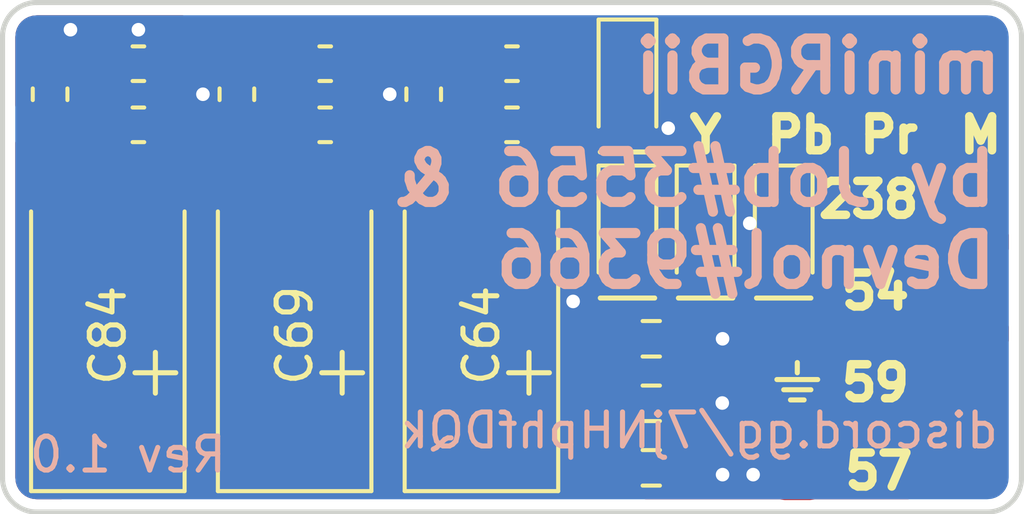
<source format=kicad_pcb>
(kicad_pcb (version 20211014) (generator pcbnew)
  (title_block (title "miniRGBii PCB Layout") (rev "1.0") (company "Wii mini Hacking") (comment 1 "Devnol") (comment 2 "Job") (comment 3 "Created By:"))
  (layers (0 "F.Cu" signal) (31 "B.Cu" signal) (34 "B.Paste" user) (35 "F.Paste" user) (36 "B.SilkS" user "B.Silkscreen") (37 "F.SilkS" user "F.Silkscreen") (38 "B.Mask" user) (39 "F.Mask" user) (44 "Edge.Cuts" user))
  (net 0 "")
  (net 1 "PbOut")
  (net 2 "AVE54")
  (net 3 "AVE57")
  (net 4 "AVE59")
  (net 5 "YOut")
  (net 6 "PrOut")
  (net 7 "Net-(C66-Pad1)")
  (net 8 "Net-(C83-Pad1)")
  (net 9 "Net-(C64-Pad2)")
  (net 10 "GND")
  (net 11 "MODE")
  (footprint "Inductor_SMD:L_0603_1608Metric_Pad1.05x0.95mm_HandSolder" (layer "F.Cu") (at 192.5 57.6 180)
    (fp_text reference "FIL15" hide)
    (fp_text value "390nH" hide)
    (fp_line (start -0.171267 -0.51) (end 0.171267 -0.51) (layer "F.SilkS") (width 0.12))
    (fp_line (start -0.171267 0.51) (end 0.171267 0.51) (layer "F.SilkS") (width 0.12))
    (pad "1" smd roundrect locked (at -0.875 0 180) (size 1.05 0.95) (layers "F.Cu" "F.Paste" "F.Mask") (net 6 "PrOut"))
    (pad "2" smd roundrect locked (at 0.875 0 180) (size 1.05 0.95) (layers "F.Cu" "F.Paste" "F.Mask") (net 7 "Net-(C66-Pad1)"))
  )
  (footprint "Inductor_SMD:L_0603_1608Metric_Pad1.05x0.95mm_HandSolder" (layer "F.Cu") (at 198 57.6 180)
    (fp_text reference "FIL16" hide)
    (fp_text value "390nH" hide)
    (fp_line (start -0.171267 -0.51) (end 0.171267 -0.51) (layer "F.SilkS") (width 0.12))
    (fp_line (start -0.171267 0.51) (end 0.171267 0.51) (layer "F.SilkS") (width 0.12))
    (pad "1" smd roundrect locked (at -0.875 0 180) (size 1.05 0.95) (layers "F.Cu" "F.Paste" "F.Mask") (net 1 "PbOut"))
    (pad "2" smd roundrect locked (at 0.875 0 180) (size 1.05 0.95) (layers "F.Cu" "F.Paste" "F.Mask") (net 9 "Net-(C64-Pad2)"))
  )
  (footprint "Inductor_SMD:L_0603_1608Metric_Pad1.05x0.95mm_HandSolder" (layer "F.Cu") (at 187 57.6 180)
    (fp_text reference "FIL17" hide)
    (fp_text value "390nH" hide)
    (fp_line (start -0.171267 0.51) (end 0.171267 0.51) (layer "F.SilkS") (width 0.12))
    (fp_line (start -0.171267 -0.51) (end 0.171267 -0.51) (layer "F.SilkS") (width 0.12))
    (pad "1" smd roundrect locked (at -0.875 0 180) (size 1.05 0.95) (layers "F.Cu" "F.Paste" "F.Mask") (net 5 "YOut"))
    (pad "2" smd roundrect locked (at 0.875 0 180) (size 1.05 0.95) (layers "F.Cu" "F.Paste" "F.Mask") (net 8 "Net-(C83-Pad1)"))
  )
  (footprint "Capacitor_SMD:C_0603_1608Metric_Pad1.05x0.95mm_HandSolder" (layer "F.Cu") (at 192.5 55.8)
    (fp_text reference "C66" hide)
    (fp_text value "50pF" hide)
    (fp_line (start -0.171267 0.51) (end 0.171267 0.51) (layer "F.SilkS") (width 0.12))
    (fp_line (start -0.171267 -0.51) (end 0.171267 -0.51) (layer "F.SilkS") (width 0.12))
    (pad "1" smd roundrect locked (at -0.875 0) (size 1.05 0.95) (layers "F.Cu" "F.Paste" "F.Mask") (net 7 "Net-(C66-Pad1)"))
    (pad "2" smd roundrect locked (at 0.875 0) (size 1.05 0.95) (layers "F.Cu" "F.Paste" "F.Mask") (net 6 "PrOut"))
  )
  (footprint "Capacitor_SMD:C_0603_1608Metric_Pad1.05x0.95mm_HandSolder" (layer "F.Cu") (at 189.9 56.7 -90)
    (fp_text reference "C72" hide)
    (fp_text value "100pF" hide)
    (fp_line (start -0.171267 -0.51) (end 0.171267 -0.51) (layer "F.SilkS") (width 0.12))
    (fp_line (start -0.171267 0.51) (end 0.171267 0.51) (layer "F.SilkS") (width 0.12))
    (pad "1" smd roundrect locked (at -0.875 0 270) (size 1.05 0.95) (layers "F.Cu" "F.Paste" "F.Mask") (net 10 "GND"))
    (pad "2" smd roundrect locked (at 0.875 0 270) (size 1.05 0.95) (layers "F.Cu" "F.Paste" "F.Mask") (net 7 "Net-(C66-Pad1)"))
  )
  (footprint "Capacitor_SMD:C_0603_1608Metric_Pad1.05x0.95mm_HandSolder" (layer "F.Cu") (at 198 55.8)
    (fp_text reference "C74" hide)
    (fp_text value "50pF" hide)
    (fp_line (start -0.171267 0.51) (end 0.171267 0.51) (layer "F.SilkS") (width 0.12))
    (fp_line (start -0.171267 -0.51) (end 0.171267 -0.51) (layer "F.SilkS") (width 0.12))
    (pad "1" smd roundrect locked (at -0.875 0) (size 1.05 0.95) (layers "F.Cu" "F.Paste" "F.Mask") (net 9 "Net-(C64-Pad2)"))
    (pad "2" smd roundrect locked (at 0.875 0) (size 1.05 0.95) (layers "F.Cu" "F.Paste" "F.Mask") (net 1 "PbOut"))
  )
  (footprint "Capacitor_SMD:C_0603_1608Metric_Pad1.05x0.95mm_HandSolder" (layer "F.Cu") (at 195.4 56.7 -90)
    (fp_text reference "C78" hide)
    (fp_text value "100pF" hide)
    (fp_line (start -0.171267 0.51) (end 0.171267 0.51) (layer "F.SilkS") (width 0.12))
    (fp_line (start -0.171267 -0.51) (end 0.171267 -0.51) (layer "F.SilkS") (width 0.12))
    (pad "1" smd roundrect locked (at -0.875 0 270) (size 1.05 0.95) (layers "F.Cu" "F.Paste" "F.Mask") (net 10 "GND"))
    (pad "2" smd roundrect locked (at 0.875 0 270) (size 1.05 0.95) (layers "F.Cu" "F.Paste" "F.Mask") (net 9 "Net-(C64-Pad2)"))
  )
  (footprint "Capacitor_SMD:C_0603_1608Metric_Pad1.05x0.95mm_HandSolder" (layer "F.Cu") (at 187 55.8)
    (fp_text reference "C83" hide)
    (fp_text value "50pF" hide)
    (fp_line (start -0.171267 0.51) (end 0.171267 0.51) (layer "F.SilkS") (width 0.12))
    (fp_line (start -0.171267 -0.51) (end 0.171267 -0.51) (layer "F.SilkS") (width 0.12))
    (pad "1" smd roundrect locked (at -0.875 0) (size 1.05 0.95) (layers "F.Cu" "F.Paste" "F.Mask") (net 8 "Net-(C83-Pad1)"))
    (pad "2" smd roundrect locked (at 0.875 0) (size 1.05 0.95) (layers "F.Cu" "F.Paste" "F.Mask") (net 5 "YOut"))
  )
  (footprint "Capacitor_SMD:C_0603_1608Metric_Pad1.05x0.95mm_HandSolder" (layer "F.Cu") (at 184.4 56.7 -90)
    (fp_text reference "C85" hide)
    (fp_text value "100pF" hide)
    (fp_line (start -0.171267 -0.51) (end 0.171267 -0.51) (layer "F.SilkS") (width 0.12))
    (fp_line (start -0.171267 0.51) (end 0.171267 0.51) (layer "F.SilkS") (width 0.12))
    (pad "1" smd roundrect locked (at -0.875 0 270) (size 1.05 0.95) (layers "F.Cu" "F.Paste" "F.Mask") (net 10 "GND"))
    (pad "2" smd roundrect locked (at 0.875 0 270) (size 1.05 0.95) (layers "F.Cu" "F.Paste" "F.Mask") (net 8 "Net-(C83-Pad1)"))
  )
  (footprint "Diode_SMD:D_SOD-323_HandSoldering" (layer "F.Cu") (at 203.7 60.7 -90)
    (fp_text reference "D3" hide)
    (fp_text value "PESD5V0U1BA" hide)
    (fp_line (start -1.9 -0.85) (end 1.25 -0.85) (layer "F.SilkS") (width 0.12))
    (fp_line (start -1.9 0.85) (end 1.25 0.85) (layer "F.SilkS") (width 0.12))
    (fp_line (start -1.9 -0.85) (end -1.9 0.85) (layer "F.SilkS") (width 0.12))
    (pad "1" smd rect locked (at -1.25 0 270) (size 1 1) (layers "F.Cu" "F.Paste" "F.Mask") (net 6 "PrOut"))
    (pad "2" smd rect locked (at 1.25 0 270) (size 1 1) (layers "F.Cu" "F.Paste" "F.Mask") (net 10 "GND"))
  )
  (footprint "Diode_SMD:D_SOD-323_HandSoldering" (layer "F.Cu") (at 201.4 60.7 -90)
    (fp_text reference "D2" hide)
    (fp_text value "PESD5V0U1BA" hide)
    (fp_line (start -1.9 -0.85) (end 1.25 -0.85) (layer "F.SilkS") (width 0.12))
    (fp_line (start -1.9 0.85) (end 1.25 0.85) (layer "F.SilkS") (width 0.12))
    (fp_line (start -1.9 -0.85) (end -1.9 0.85) (layer "F.SilkS") (width 0.12))
    (pad "1" smd rect locked (at -1.25 0 270) (size 1 1) (layers "F.Cu" "F.Paste" "F.Mask") (net 1 "PbOut"))
    (pad "2" smd rect locked (at 1.25 0 270) (size 1 1) (layers "F.Cu" "F.Paste" "F.Mask") (net 10 "GND"))
  )
  (footprint "Diode_SMD:D_SOD-323_HandSoldering" (layer "F.Cu") (at 201.4 56.4 -90)
    (fp_text reference "D1" hide)
    (fp_text value "PESD5V0U1BA" hide)
    (fp_line (start -1.9 -0.85) (end -1.9 0.85) (layer "F.SilkS") (width 0.12))
    (fp_line (start -1.9 0.85) (end 1.25 0.85) (layer "F.SilkS") (width 0.12))
    (fp_line (start -1.9 -0.85) (end 1.25 -0.85) (layer "F.SilkS") (width 0.12))
    (pad "1" smd rect locked (at -1.25 0 270) (size 1 1) (layers "F.Cu" "F.Paste" "F.Mask") (net 5 "YOut"))
    (pad "2" smd rect locked (at 1.25 0 270) (size 1 1) (layers "F.Cu" "F.Paste" "F.Mask") (net 10 "GND"))
  )
  (footprint "Capacitor_Tantalum_SMD:CP_EIA-7343-15_Kemet-W_Pad2.25x2.55mm_HandSolder" (layer "F.Cu") (at 186.1 63.8 90)
    (fp_text reference "C84" (at 0 0 90) (layer "F.SilkS"))
    (fp_text value "220μF" hide)
    (fp_line (start 3.65 -2.26) (end -4.585 -2.26) (layer "F.SilkS") (width 0.12))
    (fp_line (start -4.585 -2.26) (end -4.585 2.26) (layer "F.SilkS") (width 0.12))
    (fp_line (start -4.585 2.26) (end 3.65 2.26) (layer "F.SilkS") (width 0.12))
    (pad "1" smd roundrect locked (at -3.2 0 90) (size 2.25 2.55) (layers "F.Cu" "F.Paste" "F.Mask") (roundrect_rratio 0.111111) (net 2 "AVE54"))
    (pad "2" smd roundrect locked (at 3.2 0 90) (size 2.25 2.55) (layers "F.Cu" "F.Paste" "F.Mask") (roundrect_rratio 0.111111) (net 8 "Net-(C83-Pad1)"))
  )
  (footprint "Capacitor_Tantalum_SMD:CP_EIA-7343-15_Kemet-W_Pad2.25x2.55mm_HandSolder" (layer "F.Cu") (at 191.6 63.8 90)
    (fp_text reference "C69" (at 0 0 90) (layer "F.SilkS"))
    (fp_text value "220μF" hide)
    (fp_line (start -4.585 2.26) (end 3.65 2.26) (layer "F.SilkS") (width 0.12))
    (fp_line (start 3.65 -2.26) (end -4.585 -2.26) (layer "F.SilkS") (width 0.12))
    (fp_line (start -4.585 -2.26) (end -4.585 2.26) (layer "F.SilkS") (width 0.12))
    (pad "1" smd roundrect locked (at -3.2 0 90) (size 2.25 2.55) (layers "F.Cu" "F.Paste" "F.Mask") (roundrect_rratio 0.111111) (net 4 "AVE59"))
    (pad "2" smd roundrect locked (at 3.2 0 90) (size 2.25 2.55) (layers "F.Cu" "F.Paste" "F.Mask") (roundrect_rratio 0.111111) (net 7 "Net-(C66-Pad1)"))
  )
  (footprint "Capacitor_Tantalum_SMD:CP_EIA-7343-15_Kemet-W_Pad2.25x2.55mm_HandSolder" (layer "F.Cu") (at 197.1 63.8 90)
    (fp_text reference "C64" (at 0 0 90) (layer "F.SilkS"))
    (fp_text value "220μF" hide)
    (fp_line (start -4.585 -2.26) (end -4.585 2.26) (layer "F.SilkS") (width 0.12))
    (fp_line (start -4.585 2.26) (end 3.65 2.26) (layer "F.SilkS") (width 0.12))
    (fp_line (start 3.65 -2.26) (end -4.585 -2.26) (layer "F.SilkS") (width 0.12))
    (pad "1" smd roundrect locked (at -3.2 0 90) (size 2.25 2.55) (layers "F.Cu" "F.Paste" "F.Mask") (roundrect_rratio 0.111111) (net 3 "AVE57"))
    (pad "2" smd roundrect locked (at 3.2 0 90) (size 2.25 2.55) (layers "F.Cu" "F.Paste" "F.Mask") (roundrect_rratio 0.111111) (net 9 "Net-(C64-Pad2)"))
  )
  (footprint "Diode_SMD:D_SOD-323_HandSoldering" (layer "F.Cu") (at 206 60.7 -90)
    (fp_text reference "D4" hide)
    (fp_text value "PESD5V0U1BA" hide)
    (fp_line (start -1.9 0.85) (end 1.25 0.85) (layer "F.SilkS") (width 0.12))
    (fp_line (start -1.9 -0.85) (end -1.9 0.85) (layer "F.SilkS") (width 0.12))
    (fp_line (start -1.9 -0.85) (end 1.25 -0.85) (layer "F.SilkS") (width 0.12))
    (pad "1" smd rect locked (at -1.25 0 270) (size 1 1) (layers "F.Cu" "F.Paste" "F.Mask") (net 11 "MODE"))
    (pad "2" smd rect locked (at 1.25 0 270) (size 1 1) (layers "F.Cu" "F.Paste" "F.Mask") (net 10 "GND"))
  )
  (footprint "Pad:pad" (layer "F.Cu") (at 211.8 55.7)
    (fp_text reference "J5" hide)
    (fp_text value "Conn_01x01_Male" hide)
    (pad "1" smd roundrect locked (at 0 0) (size 1.5 2.5) (layers "F.Cu" "F.Paste" "F.Mask") (net 11 "MODE"))
  )
  (footprint "Pad:pad" (layer "F.Cu") (at 211.3 62.4 90)
    (fp_text reference "J8" hide)
    (fp_text value "Conn_01x01_Male" hide)
    (pad "1" smd roundrect locked (at 0 0 90) (size 1.5 2.5) (layers "F.Cu" "F.Paste" "F.Mask") (net 2 "AVE54"))
  )
  (footprint "Pad:pad" (layer "F.Cu") (at 211.3 67.8 90)
    (fp_text reference "J7" hide)
    (fp_text value "Conn_01x01_Male" hide)
    (pad "1" smd roundrect locked (at 0 0 90) (size 1.5 2.5) (layers "F.Cu" "F.Paste" "F.Mask") (net 3 "AVE57"))
  )
  (footprint "Pad:pad" (layer "F.Cu") (at 211.3 65.1 90)
    (fp_text reference "J6" hide)
    (fp_text value "Conn_01x01_Male" hide)
    (pad "1" smd roundrect locked (at 0 0 90) (size 1.5 2.5) (layers "F.Cu" "F.Paste" "F.Mask") (net 4 "AVE59"))
  )
  (footprint "Pad:pad" (layer "F.Cu") (at 211.3 59.7 90)
    (fp_text reference "J4" hide)
    (fp_text value "Conn_01x01_Male" hide)
    (pad "1" smd roundrect locked (at 0 0 90) (size 1.5 2.5) (layers "F.Cu" "F.Paste" "F.Mask") (net 11 "MODE"))
  )
  (footprint "Pad:pad" (layer "F.Cu") (at 209.1 55.7)
    (fp_text reference "J3" hide)
    (fp_text value "Conn_01x01_Male" hide)
    (pad "1" smd roundrect locked (at 0 0) (size 1.5 2.5) (layers "F.Cu" "F.Paste" "F.Mask") (net 6 "PrOut"))
  )
  (footprint "Pad:pad" (layer "F.Cu") (at 206.4 55.7)
    (fp_text reference "J2" hide)
    (fp_text value "Conn_01x01_Male" hide)
    (pad "1" smd roundrect locked (at 0 0) (size 1.5 2.5) (layers "F.Cu" "F.Paste" "F.Mask") (net 1 "PbOut"))
  )
  (footprint "Pad:pad" (layer "F.Cu") (at 203.7 55.7)
    (fp_text reference "J1" hide)
    (fp_text value "Conn_01x01_Male" hide)
    (pad "1" smd roundrect locked (at 0 0) (size 1.5 2.5) (layers "F.Cu" "F.Paste" "F.Mask") (net 5 "YOut"))
  )
  (footprint "Pad:pad" (layer "F.Cu") (at 206.4 67.4 180)
    (fp_text reference "J9" hide)
    (fp_text value "Conn_01x01_Male" hide)
    (pad "1" smd roundrect locked (at 0 0 180) (size 1.5 2.5) (layers "F.Cu" "F.Paste" "F.Mask") (net 10 "GND"))
  )
  (footprint "Resistor_SMD:R_0603_1608Metric_Pad0.98x0.95mm_HandSolder" (layer "F.Cu") (at 202.1 65.8 180)
    (fp_text reference "R40" hide)
    (fp_text value "75Ω")
    (fp_line (start -0.254724 0.5225) (end 0.254724 0.5225) (layer "F.SilkS") (width 0.12))
    (fp_line (start -0.254724 -0.5225) (end 0.254724 -0.5225) (layer "F.SilkS") (width 0.12))
    (pad "1" smd roundrect locked (at -0.9125 0 180) (size 0.975 0.95) (layers "F.Cu" "F.Paste" "F.Mask") (net 10 "GND"))
    (pad "2" smd roundrect locked (at 0.9125 0 180) (size 0.975 0.95) (layers "F.Cu" "F.Paste" "F.Mask") (net 4 "AVE59"))
  )
  (footprint "Resistor_SMD:R_0603_1608Metric_Pad0.98x0.95mm_HandSolder" (layer "F.Cu") (at 202.1 63.9)
    (fp_text reference "R37" hide)
    (fp_text value "75Ω")
    (fp_line (start -0.254724 -0.5225) (end 0.254724 -0.5225) (layer "F.SilkS") (width 0.12))
    (fp_line (start -0.254724 0.5225) (end 0.254724 0.5225) (layer "F.SilkS") (width 0.12))
    (pad "1" smd roundrect locked (at -0.9125 0) (size 0.975 0.95) (layers "F.Cu" "F.Paste" "F.Mask") (net 2 "AVE54"))
    (pad "2" smd roundrect locked (at 0.9125 0) (size 0.975 0.95) (layers "F.Cu" "F.Paste" "F.Mask") (net 10 "GND"))
  )
  (footprint "Resistor_SMD:R_0603_1608Metric_Pad0.98x0.95mm_HandSolder" (layer "F.Cu") (at 202.1 67.7 180)
    (fp_text reference "R39" hide)
    (fp_text value "75Ω")
    (fp_line (start -0.254724 0.5225) (end 0.254724 0.5225) (layer "F.SilkS") (width 0.12))
    (fp_line (start -0.254724 -0.5225) (end 0.254724 -0.5225) (layer "F.SilkS") (width 0.12))
    (pad "1" smd roundrect locked (at -0.9125 0 180) (size 0.975 0.95) (layers "F.Cu" "F.Paste" "F.Mask") (net 10 "GND"))
    (pad "2" smd roundrect locked (at 0.9125 0 180) (size 0.975 0.95) (layers "F.Cu" "F.Paste" "F.Mask") (net 3 "AVE57"))
  )
  (gr_line (start 206 65.4) (end 206.8 65.4) (layer "F.SilkS") (width 0.15))
  (gr_line (start 206.2 65.7) (end 206.6 65.7) (layer "F.SilkS") (width 0.15))
  (gr_line (start 206.4 64.6) (end 206.4 64.9) (layer "F.SilkS") (width 0.15))
  (gr_line (start 205.8 65.1) (end 207 65.1) (layer "F.SilkS") (width 0.15))
  (gr_line (start 197.9 64.9) (end 199.1 64.9) (layer "F.SilkS") (width 0.15))
  (gr_line (start 198.5 64.3) (end 198.5 65.5) (layer "F.SilkS") (width 0.15))
  (gr_line (start 202.9 62.7) (end 204.5 62.7) (layer "F.SilkS") (width 0.15))
  (gr_line (start 187.5 64.3) (end 187.5 65.5) (layer "F.SilkS") (width 0.15))
  (gr_line (start 205.2 62.7) (end 206.8 62.7) (layer "F.SilkS") (width 0.15))
  (gr_line (start 200.6 58.4) (end 202.2 58.4) (layer "F.SilkS") (width 0.15))
  (gr_line (start 200.6 62.7) (end 202.2 62.7) (layer "F.SilkS") (width 0.15))
  (gr_line (start 186.9 64.9) (end 188.1 64.9) (layer "F.SilkS") (width 0.15))
  (gr_line (start 192.4 64.9) (end 193.6 64.9) (layer "F.SilkS") (width 0.15))
  (gr_line (start 193 64.3) (end 193 65.5) (layer "F.SilkS") (width 0.15))
  (gr_line (start 184 54) (end 212 54) (layer "Edge.Cuts") (width 0.15))
  (gr_line (start 213 55) (end 213 68) (layer "Edge.Cuts") (width 0.15))
  (gr_line (start 212 69) (end 184 69) (layer "Edge.Cuts") (width 0.15))
  (gr_line (start 183 68) (end 183 55) (layer "Edge.Cuts") (width 0.15))
  (gr_arc (start 212 54) (mid 212.707107 54.292893) (end 213 55) (layer "Edge.Cuts") (width 0.15))
  (gr_arc (start 183 55) (mid 183.292893 54.292893) (end 184 54) (layer "Edge.Cuts") (width 0.15))
  (gr_arc (start 184 69) (mid 183.292893 68.707107) (end 183 68) (layer "Edge.Cuts") (width 0.15))
  (gr_arc (start 213 68) (mid 212.707107 68.707107) (end 212 69) (layer "Edge.Cuts") (width 0.15))
  (gr_text "miniRGBii" (at 207.01 55.88) (layer "B.SilkS") (effects (font (size 1.5 1.5) (thickness 0.3)) (justify mirror)))
  (gr_text "by Job#3556 &\nDevnol#9366" (at 212.4 60.4) (layer "B.SilkS") (effects (font (size 1.5 1.5) (thickness 0.3)) (justify left mirror)))
  (gr_text "discord.gg/7jNHphfDQk" (at 212.4 66.6) (layer "B.SilkS") (effects (font (size 1 1)) (justify left mirror)))
  (gr_text "Rev ${REVISION}" (at 186.69 67.31) (layer "B.SilkS") (effects (font (size 1 1)) (justify mirror)))
  (gr_text "M" (at 211.8 57.9) (layer "F.SilkS") (effects (font (size 1 1) (thickness 0.25))))
  (gr_text "54" (at 208.7 62.5) (layer "F.SilkS") (effects (font (size 1 1) (thickness 0.25))))
  (gr_text "238" (at 208.5 59.8) (layer "F.SilkS") (effects (font (size 1 1) (thickness 0.25))))
  (gr_text "Pb" (at 206.5 57.9) (layer "F.SilkS") (effects (font (size 1 1) (thickness 0.25))))
  (gr_text "59" (at 208.7 65.2) (layer "F.SilkS") (effects (font (size 1 1) (thickness 0.25))))
  (gr_text "57" (at 208.8 67.8) (layer "F.SilkS") (effects (font (size 1 1) (thickness 0.25))))
  (gr_text "Y" (at 203.7 57.9) (layer "F.SilkS") (effects (font (size 1 1) (thickness 0.25))))
  (gr_text "Pr" (at 209.1 57.9) (layer "F.SilkS") (effects (font (size 1 1) (thickness 0.25))))
  (segment (start 202.2 59.45) (end 201.4 59.45) (width 0.3) (layer "F.Cu") (net 1))
  (segment (start 198.875 57.6) (end 199.55 57.6) (width 0.3) (layer "F.Cu") (net 1))
  (segment (start 199.55 57.6) (end 201.4 59.45) (width 0.3) (layer "F.Cu") (net 1))
  (segment (start 206.4 56.2) (end 204.1 58.5) (width 0.3) (layer "F.Cu") (net 1))
  (segment (start 204.1 58.5) (end 203.15 58.5) (width 0.3) (layer "F.Cu") (net 1))
  (segment (start 201.4 59.425) (end 201.4 59.45) (width 0.3) (layer "F.Cu") (net 1))
  (segment (start 203.15 58.5) (end 202.2 59.45) (width 0.3) (layer "F.Cu") (net 1))
  (segment (start 206.4 55.7) (end 206.4 56.2) (width 0.3) (layer "F.Cu") (net 1))
  (segment (start 198.875 55.8) (end 198.875 57.6) (width 0.3) (layer "F.Cu") (net 1))
  (segment (start 207.5 62.4) (end 211.3 62.4) (width 0.3) (layer "F.Cu") (net 2))
  (segment (start 201.225 63.9) (end 189.2 63.9) (width 0.3) (layer "F.Cu") (net 2))
  (segment (start 201.225 63.9) (end 202.224999 62.900001) (width 0.3) (layer "F.Cu") (net 2))
  (segment (start 206.999999 62.900001) (end 207.5 62.4) (width 0.3) (layer "F.Cu") (net 2))
  (segment (start 189.2 63.9) (end 186.1 67) (width 0.3) (layer "F.Cu") (net 2))
  (segment (start 202.224999 62.900001) (end 206.999999 62.900001) (width 0.3) (layer "F.Cu") (net 2))
  (segment (start 197.8 67.7) (end 197.1 67) (width 0.3) (layer "F.Cu") (net 3))
  (segment (start 202.19999 66.72501) (end 201.724072 67.200928) (width 0.3) (layer "F.Cu") (net 3))
  (segment (start 201.724072 67.200928) (end 201.225 67.7) (width 0.3) (layer "F.Cu") (net 3))
  (segment (start 201.225 67.7) (end 197.8 67.7) (width 0.3) (layer "F.Cu") (net 3))
  (segment (start 211.3 67.8) (end 210.8 67.8) (width 0.3) (layer "F.Cu") (net 3))
  (segment (start 208.5 65.5) (end 205.684002 65.5) (width 0.3) (layer "F.Cu") (net 3))
  (segment (start 210.8 67.8) (end 208.5 65.5) (width 0.3) (layer "F.Cu") (net 3))
  (segment (start 205.684002 65.5) (end 204.458992 66.72501) (width 0.3) (layer "F.Cu") (net 3))
  (segment (start 204.458992 66.72501) (end 202.19999 66.72501) (width 0.3) (layer "F.Cu") (net 3))
  (segment (start 197.2 67) (end 197.1 67) (width 0.3) (layer "F.Cu") (net 3))
  (segment (start 199.700928 65.300928) (end 193.299072 65.300928) (width 0.3) (layer "F.Cu") (net 4))
  (segment (start 211.3 65.1) (end 211.07499 64.87499) (width 0.3) (layer "F.Cu") (net 4))
  (segment (start 202.15001 64.87499) (end 201.724072 65.300928) (width 0.3) (layer "F.Cu") (net 4))
  (segment (start 201.724072 65.300928) (end 201.225 65.8) (width 0.3) (layer "F.Cu") (net 4))
  (segment (start 193.299072 65.300928) (end 192.780553 65.819447) (width 0.3) (layer "F.Cu") (net 4))
  (segment (start 200.2 65.8) (end 199.700928 65.300928) (width 0.3) (layer "F.Cu") (net 4))
  (segment (start 201.225 65.8) (end 200.2 65.8) (width 0.3) (layer "F.Cu") (net 4))
  (segment (start 211.07499 64.87499) (end 202.15001 64.87499) (width 0.3) (layer "F.Cu") (net 4))
  (segment (start 192.780553 65.819447) (end 191.6 67) (width 0.3) (layer "F.Cu") (net 4))
  (segment (start 200.29999 54.84999) (end 200.6 55.15) (width 0.3) (layer "F.Cu") (net 5))
  (segment (start 188.82501 54.84999) (end 200.29999 54.84999) (width 0.3) (layer "F.Cu") (net 5))
  (segment (start 203.15 55.15) (end 203.7 55.7) (width 0.3) (layer "F.Cu") (net 5))
  (segment (start 187.875 55.8) (end 187.875 57.6) (width 0.3) (layer "F.Cu") (net 5))
  (segment (start 201.4 55.15) (end 203.15 55.15) (width 0.3) (layer "F.Cu") (net 5))
  (segment (start 200.6 55.15) (end 201.4 55.15) (width 0.3) (layer "F.Cu") (net 5))
  (segment (start 187.875 55.8) (end 188.82501 54.84999) (width 0.3) (layer "F.Cu") (net 5))
  (segment (start 194.4 61.4) (end 194.4 59.5) (width 0.3) (layer "F.Cu") (net 6))
  (segment (start 206.3 57.6) (end 204.45 59.45) (width 0.3) (layer "F.Cu") (net 6))
  (segment (start 209.1 55.7) (end 209.1 56.2) (width 0.3) (layer "F.Cu") (net 6))
  (segment (start 193.375 58.475) (end 193.375 57.6) (width 0.3) (layer "F.Cu") (net 6))
  (segment (start 209.1 56.2) (end 207.7 57.6) (width 0.3) (layer "F.Cu") (net 6))
  (segment (start 198.7 62.4) (end 195.4 62.4) (width 0.3) (layer "F.Cu") (net 6))
  (segment (start 202.6 60.6) (end 200.5 60.6) (width 0.3) (layer "F.Cu") (net 6))
  (segment (start 194.4 59.5) (end 193.375 58.475) (width 0.3) (layer "F.Cu") (net 6))
  (segment (start 195.4 62.4) (end 194.4 61.4) (width 0.3) (layer "F.Cu") (net 6))
  (segment (start 207.7 57.6) (end 206.3 57.6) (width 0.3) (layer "F.Cu") (net 6))
  (segment (start 193.375 55.8) (end 193.375 57.6) (width 0.3) (layer "F.Cu") (net 6))
  (segment (start 203.7 59.5) (end 202.6 60.6) (width 0.3) (layer "F.Cu") (net 6))
  (segment (start 200.5 60.6) (end 198.7 62.4) (width 0.3) (layer "F.Cu") (net 6))
  (segment (start 204.45 59.45) (end 203.7 59.45) (width 0.3) (layer "F.Cu") (net 6))
  (segment (start 203.7 59.45) (end 203.7 59.5) (width 0.3) (layer "F.Cu") (net 6))
  (segment (start 191.6 60.6) (end 191.4 60.6) (width 0.3) (layer "F.Cu") (net 7))
  (segment (start 189.9 59.1) (end 189.9 57.575) (width 0.3) (layer "F.Cu") (net 7))
  (segment (start 191.6 57.575) (end 191.625 57.6) (width 0.3) (layer "F.Cu") (net 7))
  (segment (start 189.9 57.575) (end 191.6 57.575) (width 0.3) (layer "F.Cu") (net 7))
  (segment (start 191.625 57.6) (end 191.625 55.8) (width 0.3) (layer "F.Cu") (net 7))
  (segment (start 191.4 60.6) (end 189.9 59.1) (width 0.3) (layer "F.Cu") (net 7))
  (segment (start 191.6 60.6) (end 191.5 60.6) (width 0.4) (layer "F.Cu") (net 7))
  (segment (start 184.4 57.575) (end 186.1 57.575) (width 0.3) (layer "F.Cu") (net 8))
  (segment (start 184.4 58.2) (end 184.4 57.575) (width 0.3) (layer "F.Cu") (net 8))
  (segment (start 184.4 59.1) (end 184.4 58.2) (width 0.3) (layer "F.Cu") (net 8))
  (segment (start 186.125 57.6) (end 186.125 55.8) (width 0.3) (layer "F.Cu") (net 8))
  (segment (start 186.1 60.6) (end 185.9 60.6) (width 0.4) (layer "F.Cu") (net 8))
  (segment (start 186.1 57.575) (end 186.125 57.6) (width 0.3) (layer "F.Cu") (net 8))
  (segment (start 185.9 60.6) (end 184.4 59.1) (width 0.3) (layer "F.Cu") (net 8))
  (segment (start 195.4 57.575) (end 197.1 57.575) (width 0.4) (layer "F.Cu") (net 9))
  (segment (start 195.4 58.2) (end 195.4 57.575) (width 0.3) (layer "F.Cu") (net 9))
  (segment (start 197.125 57.6) (end 197.125 55.8) (width 0.3) (layer "F.Cu") (net 9))
  (segment (start 195.4 59) (end 195.4 58.2) (width 0.3) (layer "F.Cu") (net 9))
  (segment (start 197.1 60.6) (end 197 60.6) (width 0.4) (layer "F.Cu") (net 9))
  (segment (start 197 60.6) (end 195.4 59) (width 0.3) (layer "F.Cu") (net 9))
  (segment (start 197.1 57.575) (end 197.125 57.6) (width 0.4) (layer "F.Cu") (net 9))
  (via (at 202.6 57.7) (size 0.8) (drill 0.4) (layers "F.Cu" "B.Cu") (net 10))
  (via (at 204.2 63.9) (size 0.8) (drill 0.4) (layers "F.Cu" "B.Cu") (net 10))
  (via (at 205.1 67.9) (size 0.8) (drill 0.4) (layers "F.Cu" "B.Cu") (net 10))
  (via (at 199.8 62.8) (size 0.8) (drill 0.4) (layers "F.Cu" "B.Cu") (net 10))
  (via (at 188.9 56.7) (size 0.8) (drill 0.4) (layers "F.Cu" "B.Cu") (net 10))
  (via (at 187 54.8) (size 0.8) (drill 0.4) (layers "F.Cu" "B.Cu") (net 10))
  (via (at 185 54.8) (size 0.8) (drill 0.4) (layers "F.Cu" "B.Cu") (net 10))
  (via (at 205 60.5) (size 0.8) (drill 0.4) (layers "F.Cu" "B.Cu") (net 10))
  (via (at 204.190953 65.790953) (size 0.8) (drill 0.4) (layers "F.Cu" "B.Cu") (net 10))
  (via (at 194.4 56.7) (size 0.8) (drill 0.4) (layers "F.Cu" "B.Cu") (net 10))
  (via (at 204.2 67.9) (size 0.8) (drill 0.4) (layers "F.Cu" "B.Cu") (net 10))
  (segment (start 209.59999 58.40001) (end 211.8 56.2) (width 0.3) (layer "F.Cu") (net 11))
  (segment (start 211.3 59.7) (end 206.25 59.7) (width 0.3) (layer "F.Cu") (net 11))
  (segment (start 206.99999 58.40001) (end 209.59999 58.40001) (width 0.3) (layer "F.Cu") (net 11))
  (segment (start 206 59.45) (end 206 59.4) (width 0.3) (layer "F.Cu") (net 11))
  (segment (start 206 59.4) (end 206.99999 58.40001) (width 0.3) (layer "F.Cu") (net 11))
  (segment (start 206.25 59.7) (end 206 59.45) (width 0.3) (layer "F.Cu") (net 11))
  (segment (start 211.8 56.2) (end 211.8 55.7) (width 0.3) (layer "F.Cu") (net 11))
  (zone (net 10) (net_name "GND") (layer "F.Cu") (connect_pads thru_hole_only (clearance 0.3)) (min_thickness 0.3) (fill yes (thermal_gap 0.5) (thermal_bridge_width 0.5) (smoothing chamfer))
    (polygon (pts (xy 183.2 54.2) (xy 212.8 54.2) (xy 212.8 68.8) (xy 183.2 68.8)))
  )
  (zone (net 10) (net_name "GND") (layer "B.Cu") (connect_pads thru_hole_only (clearance 0.3)) (min_thickness 0.3) (fill yes (thermal_gap 0.5) (thermal_bridge_width 0.5))
    (polygon (pts (xy 183.2 54.2) (xy 183.2 68.8) (xy 212.8 68.8) (xy 212.8 54.2)))
  )
)
</source>
